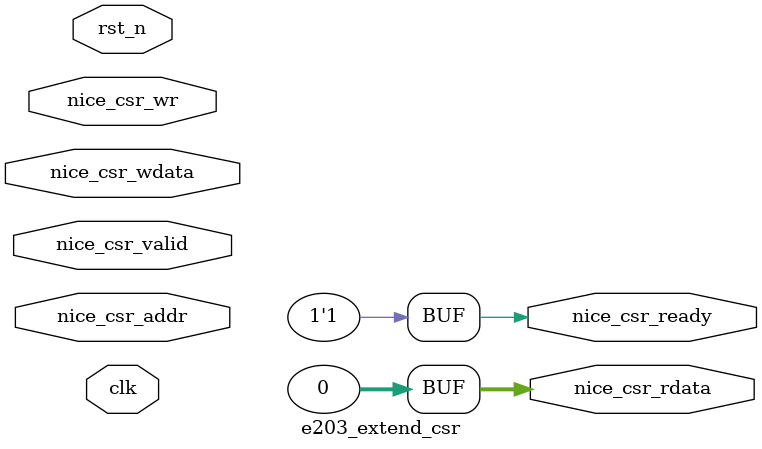
<source format=sv>
 /*                                                                      
 Copyright 2018-2020 Nuclei System Technology, Inc.                
                                                                         
 Licensed under the Apache License, Version 2.0 (the "License");         
 you may not use this file except in compliance with the License.        
 You may obtain a copy of the License at                                 
                                                                         
     http://www.apache.org/licenses/LICENSE-2.0                          
                                                                         
  Unless required by applicable law or agreed to in writing, software    
 distributed under the License is distributed on an "AS IS" BASIS,       
 WITHOUT WARRANTIES OR CONDITIONS OF ANY KIND, either express or implied.
 See the License for the specific language governing permissions and     
 limitations under the License.                                          
 */                                                                      
                                                                         
                                                                         
                                                                         
//=====================================================================
// Designer   : Bob Hu
//
// Description:
//  This module to implement the extended CSR
//    current this is an empty module, user can hack it 
//    become a real one if they want
//
//
// ====================================================================
`include "e203_defines.v"

// `ifdef E203_HAS_CSR_NICE//{
module e203_extend_csr(

  // The Handshake Interface 
  input          nice_csr_valid,
  output         nice_csr_ready,

  input   [31:0] nice_csr_addr,
  input          nice_csr_wr,
  input   [31:0] nice_csr_wdata,
  output  [31:0] nice_csr_rdata,

  input  clk,
  input  rst_n
  );

  assign nice_csr_ready = 1'b1;
  assign nice_csr_rdata = 32'b0;


endmodule
// `endif//}

</source>
